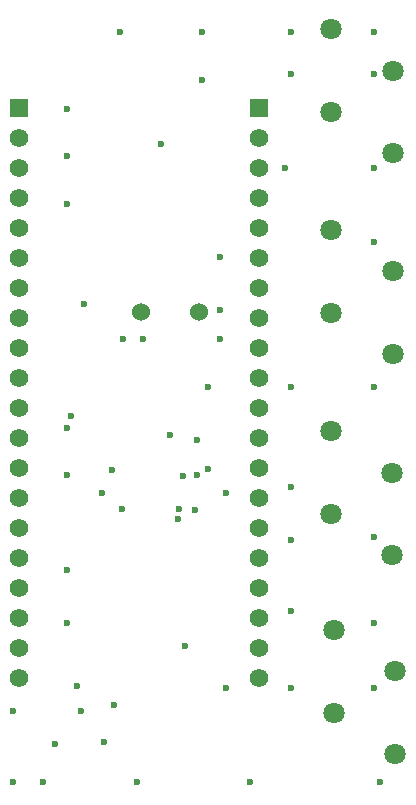
<source format=gbr>
G04 #@! TF.GenerationSoftware,KiCad,Pcbnew,(5.1.4)-1*
G04 #@! TF.CreationDate,2023-08-30T00:45:50+02:00*
G04 #@! TF.ProjectId,BeeWeight_MKRWAN_V4,42656557-6569-4676-9874-5f4d4b525741,V4*
G04 #@! TF.SameCoordinates,Original*
G04 #@! TF.FileFunction,Copper,L3,Inr*
G04 #@! TF.FilePolarity,Positive*
%FSLAX46Y46*%
G04 Gerber Fmt 4.6, Leading zero omitted, Abs format (unit mm)*
G04 Created by KiCad (PCBNEW (5.1.4)-1) date 2023-08-30 00:45:50*
%MOMM*%
%LPD*%
G04 APERTURE LIST*
%ADD10C,1.524000*%
%ADD11C,1.800000*%
%ADD12R,1.560000X1.560000*%
%ADD13C,1.560000*%
%ADD14C,0.600000*%
G04 APERTURE END LIST*
D10*
X163323600Y-76150000D03*
X168200400Y-76150000D03*
D11*
X179628000Y-103099000D03*
X184828000Y-106599000D03*
X179628000Y-110099000D03*
X184828000Y-113599000D03*
X179400000Y-69250000D03*
X184600000Y-72750000D03*
X179400000Y-76250000D03*
X184600000Y-79750000D03*
X184578000Y-96784200D03*
X179378000Y-93284200D03*
X184578000Y-89784200D03*
X179378000Y-86284200D03*
X179400000Y-52250000D03*
X184600000Y-55750000D03*
X179400000Y-59250000D03*
X184600000Y-62750000D03*
D12*
X153000000Y-58870000D03*
D13*
X153000000Y-61410000D03*
X153000000Y-63950000D03*
X153000000Y-66490000D03*
X153000000Y-69030000D03*
X153000000Y-71570000D03*
X153000000Y-74110000D03*
X153000000Y-76650000D03*
X153000000Y-79190000D03*
X153000000Y-81730000D03*
X153000000Y-84270000D03*
X153000000Y-86810000D03*
X153000000Y-89350000D03*
X153000000Y-91890000D03*
X153000000Y-94430000D03*
X153000000Y-96970000D03*
X153000000Y-99510000D03*
X153000000Y-102050000D03*
X153000000Y-104590000D03*
X153000000Y-107130000D03*
D12*
X173320000Y-58870000D03*
D13*
X173320000Y-61410000D03*
X173320000Y-63950000D03*
X173320000Y-66490000D03*
X173320000Y-69030000D03*
X173320000Y-71570000D03*
X173320000Y-74110000D03*
X173320000Y-76650000D03*
X173320000Y-79190000D03*
X173320000Y-81730000D03*
X173320000Y-84270000D03*
X173320000Y-86810000D03*
X173320000Y-89350000D03*
X173320000Y-91890000D03*
X173320000Y-94430000D03*
X173320000Y-96970000D03*
X173320000Y-99510000D03*
X173320000Y-102050000D03*
X173320000Y-104590000D03*
X173320000Y-107130000D03*
D14*
X175500000Y-64000000D03*
X170500000Y-91500000D03*
X157000000Y-90000000D03*
X157000000Y-86000000D03*
X176000000Y-52500000D03*
X176000000Y-56000000D03*
X168500000Y-56500000D03*
X168500000Y-52500000D03*
X165000000Y-62000000D03*
X163000000Y-116000000D03*
X169000000Y-82500000D03*
X176000000Y-82500000D03*
X183000000Y-82500000D03*
X176000000Y-95500000D03*
X183000000Y-95250000D03*
X183000000Y-70250000D03*
X183000000Y-64000000D03*
X183000000Y-56000000D03*
X183000000Y-52500000D03*
X183000000Y-102500000D03*
X183000000Y-108000000D03*
X183500000Y-116000000D03*
X172500000Y-116000000D03*
X152500000Y-116000000D03*
X155000000Y-116000000D03*
X152500000Y-110000000D03*
X160000000Y-91500000D03*
X170500000Y-108000000D03*
X167000000Y-104500000D03*
X156000000Y-112750000D03*
X158250000Y-110000000D03*
X161000000Y-109500000D03*
X157000000Y-98000000D03*
X157000000Y-102500000D03*
X157000000Y-67000000D03*
X157000000Y-63000000D03*
X157000000Y-59000000D03*
X161500000Y-52500000D03*
X170000000Y-71500000D03*
X170000000Y-76000000D03*
X176000000Y-91000000D03*
X176000000Y-101500000D03*
X176000000Y-108000000D03*
X168000000Y-87000000D03*
X158500000Y-75500000D03*
X163500000Y-78500000D03*
X170000000Y-78500000D03*
X161750000Y-78500000D03*
X169000000Y-89500000D03*
X160817100Y-89586000D03*
X167836200Y-92970600D03*
X161705800Y-92845000D03*
X166472300Y-93667400D03*
X157842600Y-107864000D03*
X160138800Y-112616900D03*
X157342400Y-84950600D03*
X165795000Y-86609000D03*
X166890000Y-90027500D03*
X168006700Y-89952200D03*
X166509800Y-92843600D03*
M02*

</source>
